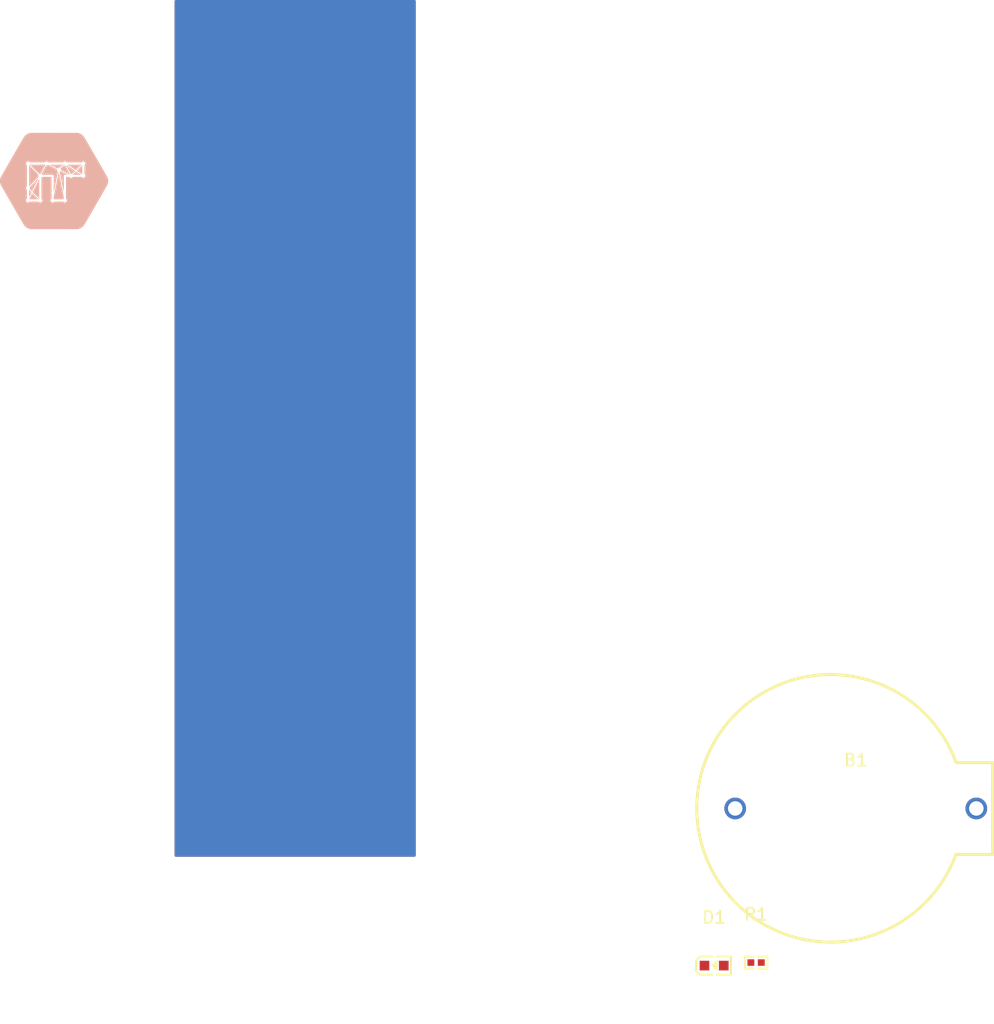
<source format=kicad_pcb>
(kicad_pcb (version 20240108) (generator "pcbnew") (generator_version "8.0")
  (layers (0 "F.Cu" signal) (31 "B.Cu" signal) (34 "B.Paste" user) (35 "F.Paste" user) (36 "B.SilkS" user "B.Silkscreen") (37 "F.SilkS" user "F.Silkscreen") (38 "B.Mask" user) (39 "F.Mask" user) (44 "Edge.Cuts" user))
  (net 0 "")
  (net 1 "B1-1-R1-2")
  (net 2 "D1-1-R1-1")
  (net 3 "B1-2-D1-2")
  (net 4 "GND")
  (footprint "logos:faebryk_logo" (layer "B.Cu") (at 10 20 270)
    (property "Reference" "G***" (hide yes))
    (property "Value" "LOGO" (hide yes))
    (fp_poly (pts (xy -1.121428 -1.462679) (xy -0.886487 -1.815188) (xy -1.356395 -2.285096) (xy -1.356382 -1.697633) (xy -1.35637 -1.11017)) (fill solid) (layer "B.SilkS"))
    (fp_poly (pts (xy 1.472993 1.226803) (xy 0.652261 1.227287) (xy -0.16847 1.227771) (xy 0.377986 1.501563) (xy 0.924441 1.775355)) (fill solid) (layer "B.SilkS"))
    (fp_poly (pts (xy 1.520736 2.008089) (xy 1.516224 1.287167) (xy 1.254833 1.548666) (xy 0.993442 1.810166) (xy 1.235346 1.930871) (xy 1.477249 2.051576)) (fill solid) (layer "B.SilkS"))
    (fp_poly (pts (xy 1.036875 2.064368) (xy 1.334795 2.063905) (xy 1.140408 1.965477) (xy 1.087217 1.938612) (xy 1.039226 1.914504) (xy 0.998552 1.894206) (xy 0.967309 1.878769) (xy 0.947613 1.869245) (xy 0.941559 1.866586) (xy 0.934273 1.872234) (xy 0.916986 1.888149) (xy 0.891831 1.912294) (xy 0.860939 1.942632) (xy 0.838027 1.965477) (xy 0.738955 2.06483)) (fill solid) (layer "B.SilkS"))
    (fp_poly (pts (xy -1.201449 0.051837) (xy -1.047441 -0.254863) (xy -1.070994 -0.281725) (xy -1.095951 -0.319565) (xy -1.107686 -0.362439) (xy -1.106473 -0.4127) (xy -1.093153 -0.47085) (xy -1.09368 -0.479029) (xy -1.100135 -0.491259) (xy -1.113792 -0.509029) (xy -1.135923 -0.533832) (xy -1.1678 -0.567156) (xy -1.210697 -0.610492) (xy -1.222158 -0.621936) (xy -1.356395 -0.755743) (xy -1.355926 -0.198602) (xy -1.355457 0.358538)) (fill solid) (layer "B.SilkS"))
    (fp_poly (pts (xy -0.967318 1.628502) (xy -0.886578 1.547722) (xy -0.817374 1.47822) (xy -0.758919 1.41916) (xy -0.710424 1.36971) (xy -0.671103 1.329036) (xy -0.640166 1.296303) (xy -0.616827 1.270678) (xy -0.600298 1.251327) (xy -0.58979 1.237415) (xy -0.584517 1.22811) (xy -0.583689 1.222578) (xy -0.583718 1.222483) (xy -0.587329 1.204864) (xy -0.59112 1.176748) (xy -0.593696 1.150709) (xy -0.598199 1.096213) (xy -1.317517 0.737709) (xy -1.336956 0.75638) (xy -1.356395 0.77505) (xy -1.356395 2.017241)) (fill solid) (layer "B.SilkS"))
    (fp_poly (pts (xy -0.77616 -0.46817) (xy -0.751652 -0.47194) (xy -0.712455 -0.478725) (xy -0.65969 -0.488309) (xy -0.594479 -0.50048) (xy -0.517943 -0.515022) (xy -0.431205 -0.531721) (xy -0.335385 -0.550363) (xy -0.231605 -0.570733) (xy -0.120987 -0.592618) (xy -0.004652 -0.615803) (xy 0.090714 -0.634929) (xy 0.963299 -0.810407) (xy 0.248866 -0.811258) (xy -0.465568 -0.812108) (xy -0.489808 -0.832935) (xy -0.514048 -0.853761) (xy -0.518368 -1.001681) (xy -0.522688 -1.1496) (xy -0.677619 -0.83927) (xy -0.832551 -0.528939) (xy -0.810197 -0.502374) (xy -0.795213 -0.483489) (xy -0.785832 -0.469667) (xy -0.784857 -0.467629)) (fill solid) (layer "B.SilkS"))
    (fp_poly (pts (xy 0.05612 1.675754) (xy -0.024869 1.594808) (xy -0.094577 1.525411) (xy -0.153826 1.466784) (xy -0.203441 1.418149) (xy -0.244246 1.378726) (xy -0.277065 1.347735) (xy -0.302723 1.324398) (xy -0.322044 1.307935) (xy -0.335851 1.297567) (xy -0.344969 1.292515) (xy -0.349898 1.291885) (xy -0.400099 1.304548) (xy -0.440951 1.308374) (xy -0.477939 1.303384) (xy -0.509728 1.292525) (xy -0.517341 1.295998) (xy -0.534165 1.309251) (xy -0.560564 1.332628) (xy -0.596897 1.366475) (xy -0.643528 1.411136) (xy -0.700817 1.466958) (xy -0.769126 1.534284) (xy -0.848817 1.613461) (xy -0.911427 1.675981) (xy -1.300167 2.06483) (xy 0.44486 2.06483)) (fill solid) (layer "B.SilkS"))
    (fp_poly (pts (xy -0.518368 -1.889985) (xy -0.518421 -1.9646) (xy -0.518572 -2.033519) (xy -0.51881 -2.094899) (xy -0.519123 -2.146894) (xy -0.519499 -2.18766) (xy -0.519926 -2.21535) (xy -0.520392 -2.228121) (xy -0.520528 -2.228772) (xy -0.525676 -2.22182) (xy -0.539108 -2.202314) (xy -0.559571 -2.17211) (xy -0.585815 -2.133065) (xy -0.616588 -2.087033) (xy -0.650637 -2.035871) (xy -0.652279 -2.033398) (xy -0.686584 -1.981511) (xy -0.717651 -1.934092) (xy -0.744214 -1.893109) (xy -0.765004 -1.860534) (xy -0.778752 -1.838336) (xy -0.784193 -1.828485) (xy -0.78421 -1.828418) (xy -0.779034 -1.819708) (xy -0.763237 -1.800807) (xy -0.738553 -1.773607) (xy -0.706718 -1.739996) (xy -0.669464 -1.701866) (xy -0.652458 -1.684798) (xy -0.518368 -1.550991)) (fill solid) (layer "B.SilkS"))
    (fp_poly (pts (xy 0.777165 1.922292) (xy 0.808579 1.890487) (xy 0.834704 1.863101) (xy 0.853501 1.842348) (xy 0.862934 1.830437) (xy 0.86356 1.82853) (xy 0.85537 1.824155) (xy 0.832957 1.812697) (xy 0.79756 1.794778) (xy 0.75042 1.771022) (xy 0.692779 1.742051) (xy 0.625877 1.708489) (xy 0.550955 1.67096) (xy 0.469253 1.630085) (xy 0.382014 1.586489) (xy 0.31102 1.551045) (xy -0.237586 1.277265) (xy 0.129591 1.645204) (xy 0.21386 1.729427) (xy 0.286591 1.801632) (xy 0.348232 1.862248) (xy 0.399233 1.911701) (xy 0.440043 1.95042) (xy 0.47111 1.978833) (xy 0.492883 1.997366) (xy 0.505811 2.006448) (xy 0.509727 2.007467) (xy 0.563351 1.992036) (xy 0.616642 1.991745) (xy 0.644522 1.998268) (xy 0.686836 2.012349)) (fill solid) (layer "B.SilkS"))
    (fp_poly (pts (xy -1.309684 -1.014561) (xy -1.28729 -1.025288) (xy -1.25254 -1.042236) (xy -1.206979 -1.064641) (xy -1.152154 -1.091743) (xy -1.08961 -1.122779) (xy -1.020892 -1.156988) (xy -0.954688 -1.190036) (xy -0.596123 -1.369256) (xy -0.596123 -1.414255) (xy -0.59414 -1.445121) (xy -0.589109 -1.472331) (xy -0.585866 -1.481766) (xy -0.582944 -1.489728) (xy -0.58287 -1.497811) (xy -0.58706 -1.507818) (xy -0.596932 -1.521553) (xy -0.613901 -1.540817) (xy -0.639385 -1.567415) (xy -0.6748 -1.60315) (xy -0.704658 -1.632971) (xy -0.833708 -1.761663) (xy -1.075613 -1.398296) (xy -1.132378 -1.312942) (xy -1.180173 -1.240846) (xy -1.219671 -1.180931) (xy -1.251547 -1.132119) (xy -1.276477 -1.093334) (xy -1.295133 -1.063497) (xy -1.308192 -1.04153) (xy -1.316327 -1.026357) (xy -1.320213 -1.0169) (xy -1.320525 -1.01208) (xy -1.318178 -1.010816)) (fill solid) (layer "B.SilkS"))
    (fp_poly (pts (xy -1.005633 -0.549523) (xy -0.978619 -0.557023) (xy -0.945869 -0.561233) (xy -0.935451 -0.561564) (xy -0.894087 -0.561564) (xy -0.715337 -0.919188) (xy -0.673449 -1.003098) (xy -0.638754 -1.07293) (xy -0.610654 -1.130033) (xy -0.588554 -1.175753) (xy -0.571857 -1.211438) (xy -0.559966 -1.238434) (xy -0.552285 -1.258088) (xy -0.548217 -1.271748) (xy -0.547167 -1.28076) (xy -0.548538 -1.286472) (xy -0.551236 -1.289806) (xy -0.555779 -1.292308) (xy -0.562804 -1.292761) (xy -0.573654 -1.290568) (xy -0.589672 -1.285129) (xy -0.6122 -1.275845) (xy -0.64258 -1.262118) (xy -0.682156 -1.243347) (xy -0.73227 -1.218935) (xy -0.794264 -1.188283) (xy -0.869481 -1.150791) (xy -0.924182 -1.12343) (xy -1.282479 -0.944059) (xy -1.279979 -0.909433) (xy -1.281898 -0.877605) (xy -1.289889 -0.845328) (xy -1.291315 -0.841693) (xy -1.305151 -0.808579) (xy -1.169801 -0.67303) (xy -1.034451 -0.537482)) (fill solid) (layer "B.SilkS"))
    (fp_poly (pts (xy -0.840056 -1.890313) (xy -0.825845 -1.909869) (xy -0.804548 -1.9403) (xy -0.777386 -1.979836) (xy -0.745581 -2.02671) (xy -0.710355 -2.079151) (xy -0.697942 -2.097746) (xy -0.656617 -2.159986) (xy -0.62417 -2.209524) (xy -0.599704 -2.247911) (xy -0.582328 -2.276694) (xy -0.571145 -2.297423) (xy -0.565261 -2.311646) (xy -0.563783 -2.320914) (xy -0.565753 -2.326691) (xy -0.569549 -2.330265) (xy -0.576258 -2.333208) (xy -0.587441 -2.33558) (xy -0.604655 -2.337442) (xy -0.62946 -2.338855) (xy -0.663414 -2.339879) (xy -0.708076 -2.340574) (xy -0.765006 -2.341001) (xy -0.835761 -2.341219) (xy -0.9219 -2.34129) (xy -0.942592 -2.341292) (xy -1.308756 -2.341292) (xy -1.079932 -2.112346) (xy -1.02823 -2.060749) (xy -0.980343 -2.013215) (xy -0.937644 -1.971088) (xy -0.901504 -1.935707) (xy -0.873294 -1.908416) (xy -0.854384 -1.890555) (xy -0.846146 -1.883466) (xy -0.845958 -1.883401)) (fill solid) (layer "B.SilkS"))
    (fp_poly (pts (xy -0.543789 1.010463) (xy -0.518368 0.992361) (xy -0.518176 0.537218) (xy -0.518143 0.434488) (xy -0.518049 0.347631) (xy -0.517755 0.275242) (xy -0.517125 0.215914) (xy -0.516021 0.168242) (xy -0.514307 0.13082) (xy -0.511846 0.102244) (xy -0.508499 0.081106) (xy -0.504131 0.066001) (xy -0.498605 0.055524) (xy -0.491782 0.048269) (xy -0.483527 0.04283) (xy -0.473701 0.037802) (xy -0.469259 0.035569) (xy -0.4593 0.033626) (xy -0.437093 0.031903) (xy -0.402079 0.030392) (xy -0.353698 0.029085) (xy -0.291392 0.027973) (xy -0.2146 0.02705) (xy -0.122764 0.026305) (xy -0.015325 0.025732) (xy 0.108277 0.025322) (xy 0.247816 0.025068) (xy 0.94602 0.024217) (xy 0.095034 -0.147299) (xy -0.023813 -0.171228) (xy -0.138016 -0.194174) (xy -0.24642 -0.215907) (xy -0.347867 -0.236198) (xy -0.4412 -0.254816) (xy -0.525263 -0.271533) (xy -0.598898 -0.286117) (xy -0.660948 -0.29834) (xy -0.710257 -0.307971) (xy -0.745667 -0.314781) (xy -0.766021 -0.31854) (xy -0.770583 -0.319237) (xy -0.784799 -0.312691) (xy -0.799014 -0.296284) (xy -0.799482 -0.295506) (xy -0.830079 -0.260146) (xy -0.872751 -0.237035) (xy -0.927261 -0.226299) (xy -0.9303 -0.226089) (xy -0.985966 -0.222544) (xy -1.342338 0.490446) (xy -1.319355 0.517759) (xy -1.296683 0.555109) (xy -1.282751 0.599373) (xy -1.280131 0.642228) (xy -1.280328 0.64405) (xy -1.283535 0.671527) (xy -0.569211 1.028565)) (fill solid) (layer "B.SilkS"))
    (fp_poly (pts (xy 1.441947 0.024713) (xy 1.455559 0.022137) (xy 1.466228 0.018255) (xy 1.474827 0.013198) (xy 1.482233 0.007095) (xy 1.489319 0.000076) (xy 1.492466 -0.00317) (xy 1.520544 -0.032075) (xy 1.520544 -0.749904) (xy 1.489442 -0.781006) (xy 1.472905 -0.79675) (xy 1.458852 -0.805955) (xy 1.441908 -0.810295) (xy 1.416698 -0.811442) (xy 1.392248 -0.811254) (xy 1.377144 -0.810206) (xy 1.353638 -0.807261) (xy 1.321041 -0.80229) (xy 1.278661 -0.795159) (xy 1.225808 -0.785737) (xy 1.161792 -0.773894) (xy 1.085924 -0.759498) (xy 0.997512 -0.742417) (xy 0.895866 -0.72252) (xy 0.780297 -0.699675) (xy 0.650113 -0.673751) (xy 0.504625 -0.644617) (xy 0.343143 -0.612141) (xy 0.285102 -0.600442) (xy 0.153903 -0.573968) (xy 0.027554 -0.548446) (xy -0.092928 -0.524081) (xy -0.206527 -0.501082) (xy -0.312226 -0.479655) (xy -0.409007 -0.460006) (xy -0.495854 -0.442343) (xy -0.571749 -0.426872) (xy -0.635676 -0.4138) (xy -0.686618 -0.403334) (xy -0.723557 -0.39568) (xy -0.745477 -0.391046) (xy -0.751531 -0.38963) (xy -0.742663 -0.387859) (xy -0.717884 -0.382906) (xy -0.678223 -0.374976) (xy -0.624713 -0.364275) (xy -0.558384 -0.35101) (xy -0.480269 -0.335386) (xy -0.391397 -0.317611) (xy -0.2928 -0.29789) (xy -0.18551 -0.27643) (xy -0.070557 -0.253436) (xy 0.051027 -0.229116) (xy 0.17821 -0.203674) (xy 0.289421 -0.181428) (xy 0.452203 -0.148868) (xy 0.598915 -0.119558) (xy 0.730432 -0.093368) (xy 0.847629 -0.070169) (xy 0.951381 -0.049831) (xy 1.042563 -0.032225) (xy 1.122051 -0.01722) (xy 1.190718 -0.004687) (xy 1.249441 0.005503) (xy 1.299095 0.01348) (xy 1.340554 0.019374) (xy 1.374694 0.023315) (xy 1.402389 0.025432) (xy 1.424515 0.025855)) (fill solid) (layer "B.SilkS"))
    (fp_poly (pts (xy 0.047517 4.481264) (xy 0.130799 4.47499) (xy 0.202385 4.463071) (xy 0.267274 4.444319) (xy 0.330461 4.417545) (xy 0.344031 4.410767) (xy 0.356953 4.403667) (xy 0.384126 4.388328) (xy 0.42484 4.365158) (xy 0.478386 4.334564) (xy 0.544056 4.296954) (xy 0.62114 4.252737) (xy 0.70893 4.202319) (xy 0.806715 4.14611) (xy 0.913788 4.084516) (xy 1.029439 4.017946) (xy 1.152959 3.946808) (xy 1.283639 3.87151) (xy 1.420771 3.792458) (xy 1.563644 3.710063) (xy 1.711551 3.62473) (xy 1.863781 3.536868) (xy 2.019627 3.446886) (xy 2.038911 3.435749) (xy 2.224824 3.328367) (xy 2.396362 3.229254) (xy 2.554126 3.138057) (xy 2.698715 3.05442) (xy 2.830729 2.977991) (xy 2.950767 2.908415) (xy 3.059427 2.845338) (xy 3.157311 2.788407) (xy 3.245017 2.737266) (xy 3.323145 2.691562) (xy 3.392294 2.650942) (xy 3.453064 2.615051) (xy 3.506054 2.583534) (xy 3.551864 2.556039) (xy 3.591092 2.532211) (xy 3.624339 2.511696) (xy 3.652204 2.49414) (xy 3.675287 2.479189) (xy 3.694186 2.466489) (xy 3.709502 2.455686) (xy 3.721834 2.446426) (xy 3.73178 2.438355) (xy 3.739688 2.431354) (xy 3.818597 2.346703) (xy 3.88562 2.250476) (xy 3.939525 2.1447) (xy 3.975786 2.043075) (xy 3.995748 1.974116) (xy 3.995748 -0) (xy 3.995743 -0.218324) (xy 3.995723 -0.420047) (xy 3.995685 -0.605846) (xy 3.995623 -0.7764) (xy 3.995532 -0.932385) (xy 3.995407 -1.07448) (xy 3.995242 -1.203362) (xy 3.995033 -1.319709) (xy 3.994774 -1.424198) (xy 3.994461 -1.517508) (xy 3.994088 -1.600315) (xy 3.99365 -1.673298) (xy 3.993142 -1.737134) (xy 3.992559 -1.792501) (xy 3.991897 -1.840076) (xy 3.991149 -1.880538) (xy 3.990311 -1.914563) (xy 3.989377 -1.94283) (xy 3.988344 -1.966016) (xy 3.987204 -1.9848) (xy 3.985954 -1.999857) (xy 3.984589 -2.011867) (xy 3.983102 -2.021507) (xy 3.98149 -2.029455) (xy 3.980467 -2.033665) (xy 3.950775 -2.12441) (xy 3.9094 -2.214252) (xy 3.85858 -2.299727) (xy 3.800552 -2.377374) (xy 3.737553 -2.443731) (xy 3.690429 -2.482532) (xy 3.676798 -2.491309) (xy 3.649144 -2.508106) (xy 3.608294 -2.532446) (xy 3.555077 -2.563852) (xy 3.49032 -2.601846) (xy 3.414853 -2.645954) (xy 3.329502 -2.695697) (xy 3.235097 -2.750599) (xy 3.132466 -2.810183) (xy 3.022436 -2.873973) (xy 2.905836 -2.941491) (xy 2.783495 -3.012261) (xy 2.656239 -3.085807) (xy 2.524899 -3.161651) (xy 2.390301 -3.239317) (xy 2.253273 -3.318328) (xy 2.114645 -3.398208) (xy 1.975245 -3.478479) (xy 1.835899 -3.558664) (xy 1.697438 -3.638288) (xy 1.560688 -3.716873) (xy 1.426478 -3.793943) (xy 1.295637 -3.86902) (xy 1.168992 -3.941629) (xy 1.047372 -4.011292) (xy 0.931605 -4.077533) (xy 0.822518 -4.139874) (xy 0.720941 -4.19784) (xy 0.627702 -4.250953) (xy 0.543628 -4.298737) (xy 0.469548 -4.340714) (xy 0.406289 -4.376409) (xy 0.354681 -4.405344) (xy 0.315552 -4.427043) (xy 0.289729 -4.441029) (xy 0.2781 -4.446804) (xy 0.194497 -4.470631) (xy 0.101564 -4.485625) (xy 0.00508 -4.491335) (xy -0.089174 -4.487311) (xy -0.143984 -4.479724) (xy -0.185983 -4.470771) (xy -0.231267 -4.459102) (xy -0.262009 -4.449817) (xy -0.279699 -4.44203) (xy -0.311756 -4.425742) (xy -0.357667 -4.401238) (xy -0.416922 -4.368804) (xy -0.48901 -4.328727) (xy -0.57342 -4.281292) (xy -0.669641 -4.226785) (xy -0.777161 -4.165494) (xy -0.89547 -4.097704) (xy -1.024056 -4.0237) (xy -1.055406 -4.005615) (xy -1.290817 -3.869749) (xy -1.511736 -3.742252) (xy -1.718633 -3.622849) (xy -1.911978 -3.511263) (xy -2.092239 -3.407219) (xy -2.259887 -3.310442) (xy -2.415391 -3.220656) (xy -2.55922 -3.137586) (xy -2.691845 -3.060956) (xy -2.813734 -2.99049) (xy -2.925358 -2.925914) (xy -3.027185 -2.866952) (xy -3.119686 -2.813328) (xy -3.203329 -2.764767) (xy -3.278585 -2.720993) (xy -3.345923 -2.68173) (xy -3.405813 -2.646704) (xy -3.458723 -2.615639) (xy -3.505124 -2.588259) (xy -3.545485 -2.564288) (xy -3.580276 -2.543452) (xy -3.609967 -2.525475) (xy -3.635026 -2.510081) (xy -3.655923 -2.496995) (xy -3.673128 -2.485941) (xy -3.687111 -2.476644) (xy -3.698341 -2.468828) (xy -3.707287 -2.462218) (xy -3.714419 -2.456539) (xy -3.720207 -2.451514) (xy -3.72512 -2.446868) (xy -3.729628 -2.442327) (xy -3.7342 -2.437613) (xy -3.739306 -2.432453) (xy -3.743315 -2.428555) (xy -3.816816 -2.348552) (xy -3.878385 -2.259586) (xy -3.929435 -2.159365) (xy -3.962336 -2.073469) (xy -3.987109 -2.000034) (xy -3.989504 -0.034557) (xy -3.989762 0.18439) (xy -3.989981 0.386734) (xy -3.990157 0.57315) (xy -3.990285 0.744313) (xy -3.990363 0.900898) (xy -3.990386 1.043581) (xy -3.99035 1.173037) (xy -3.990252 1.289941) (xy -3.990087 1.394968) (xy -3.989852 1.488795) (xy -3.989544 1.572096) (xy -3.989158 1.645546) (xy -3.98869 1.709821) (xy -3.988138 1.765596) (xy -3.987496 1.813547) (xy -3.986761 1.854348) (xy -3.98593 1.888675) (xy -3.984998 1.917204) (xy -3.983962 1.940609) (xy -3.982817 1.959567) (xy -3.981561 1.974751) (xy -3.980189 1.986838) (xy -3.978697 1.996503) (xy -3.978028 2.000035) (xy -3.953936 2.088094) (xy -3.921927 2.166799) (xy -1.621869 2.166799) (xy -1.619865 2.13473) (xy -1.608732 2.098422) (xy -1.590638 2.063136) (xy -1.56921 2.035249) (xy -1.557788 2.025677) (xy -1.537824 2.012595) (xy -1.537824 0.780784) (xy -1.564513 0.755409) (xy -1.596542 0.717314) (xy -1.613796 0.675834) (xy -1.618659 0.630681) (xy -1.613221 0.584641) (xy -1.597764 0.542282) (xy -1.574546 0.508729) (xy -1.559311 0.495902) (xy -1.537824 0.481823) (xy -1.537824 -0.752748) (xy -1.564052 -0.774818) (xy -1.597002 -0.812979) (xy -1.615947 -0.858066) (xy -1.620793 -0.90675) (xy -1.611446 -0.955705) (xy -1.587809 -1.001603) (xy -1.571111 -1.021833) (xy -1.537824 -1.056826) (xy -1.537824 -2.278003) (xy -1.571346 -2.313243) (xy -1.602534 -2.357233) (xy -1.61839 -2.405211) (xy -1.619416 -2.454239) (xy -1.60611 -2.501381) (xy -1.578974 -2.543701) (xy -1.538507 -2.578262) (xy -1.524864 -2.586144) (xy -1.49389 -2.59589) (xy -1.45433 -2.59965) (xy -1.413858 -2.597294) (xy -1.380143 -2.588694) (xy -1.379876 -2.588581) (xy -1.355429 -2.574156) (xy -1.330757 -2.553822) (xy -1.3267 -2.549703) (xy -1.301326 -2.522721) (xy -0.577011 -2.522721) (xy -0.559832 -2.54456) (xy -0.527967 -2.572326) (xy -0.485738 -2.591364) (xy -0.43836 -2.600419) (xy -0.391047 -2.598237) (xy -0.36558 -2.591287) (xy -0.327259 -2.568344) (xy -0.294826 -2.53304) (xy -0.271406 -2.490071) (xy -0.260123 -2.444131) (xy -0.259564 -2.432006) (xy -0.26663 -2.388216) (xy -0.285468 -2.344506) (xy -0.312534 -2.308955) (xy -0.314201 -2.307388) (xy -0.336939 -2.286443) (xy -0.336939 -1.558114) (xy -0.314201 -1.537169) (xy -0.286782 -1.502305) (xy -0.267397 -1.458835) (xy -0.259587 -1.414838) (xy -0.259564 -1.412551) (xy -0.26663 -1.36876) (xy -0.285468 -1.32505) (xy -0.312534 -1.289499) (xy -0.314201 -1.287932) (xy -0.322734 -1.279646) (xy -0.328811 -1.2711) (xy -0.332847 -1.2594) (xy -0.335261 -1.241655) (xy -0.33647 -1.214972) (xy -0.33689 -1.176458) (xy -0.336939 -1.130262) (xy -0.336939 -0.993537) (xy 1.46672 -0.993537) (xy 1.480225 -1.014148) (xy 1.506358 -1.039855) (xy 1.544163 -1.058731) (xy 1.588756 -1.068891) (xy 1.623891 -1.069643) (xy 1.677867 -1.058241) (xy 1.721561 -1.033355) (xy 1.753733 -0.996224) (xy 1.773144 -0.948089) (xy 1.778078 -0.915455) (xy 1.775736 -0.868976) (xy 1.763255 -0.825601) (xy 1.742522 -0.790217) (xy 1.722583 -0.771789) (xy 1.701972 -0.758284) (xy 1.701972 -0.029151) (xy 1.728955 -0.003776) (xy 1.749551 0.019679) (xy 1.765778 0.045012) (xy 1.767832 0.0494) (xy 1.778404 0.092918) (xy 1.777415 0.141384) (xy 1.765844 0.188604) (xy 1.744669 0.228381) (xy 1.738361 0.236029) (xy 1.702764 0.26349) (xy 1.658719 0.279717) (xy 1.6105 0.284821) (xy 1.562383 0.278917) (xy 1.518644 0.262117) (xy 1.483557 0.234533) (xy 1.47908 0.229187) (xy 1.4619 0.207347) (xy -0.336939 0.207347) (xy -0.336939 0.988396) (xy -0.309326 1.016885) (xy -0.281713 1.045375) (xy 1.465695 1.045375) (xy 1.48664 1.022636) (xy 1.526959 0.990355) (xy 1.572652 0.972657) (xy 1.620609 0.96907) (xy 1.66772 0.979125) (xy 1.710875 1.002351) (xy 1.746965 1.038279) (xy 1.763289 1.064469) (xy 1.776667 1.106844) (xy 1.77808 1.153788) (xy 1.768502 1.200184) (xy 1.748906 1.240912) (xy 1.724656 1.267603) (xy 1.701972 1.285446) (xy 1.701972 2.009982) (xy 1.724412 2.030926) (xy 1.756581 2.072029) (xy 1.775461 2.120796) (xy 1.779538 2.15736) (xy 1.771954 2.210235) (xy 1.751454 2.254961) (xy 1.720638 2.290432) (xy 1.682108 2.315541) (xy 1.638462 2.329181) (xy 1.592302 2.330246) (xy 1.546228 2.31763) (xy 1.502841 2.290226) (xy 1.491644 2.279868) (xy 1.458035 2.246259) (xy 0.745805 2.246259) (xy 0.710217 2.280113) (xy 0.665383 2.312047) (xy 0.616505 2.328) (xy 0.566114 2.327971) (xy 0.516743 2.311958) (xy 0.471261 2.280273) (xy 0.43436 2.246259) (xy -1.302571 2.246259) (xy -1.31665 2.267747) (xy -1.338644 2.289761) (xy -1.371939 2.309779) (xy -1.410605 2.324533) (xy -1.426697 2.328316) (xy -1.472958 2.328824) (xy -1.517314 2.314767) (xy -1.557072 2.28884) (xy -1.589544 2.253739) (xy -1.61204 2.21216) (xy -1.621869 2.166799) (xy -3.921927 2.166799) (xy -3.917819 2.176899) (xy -3.871864 2.262778) (xy -3.818258 2.342058) (xy -3.759187 2.411066) (xy -3.7035 2.461094) (xy -3.691615 2.468825) (xy -3.665458 2.484778) (xy -3.625728 2.508545) (xy -3.573123 2.539721) (xy -3.508341 2.577897) (xy -3.43208 2.622667) (xy -3.345039 2.673623) (xy -3.247915 2.730359) (xy -3.141408 2.792467) (xy -3.026215 2.85954) (xy -2.903034 2.931171) (xy -2.772564 3.006953) (xy -2.635504 3.08648) (xy -2.49255 3.169343) (xy -2.344402 3.255136) (xy -2.191758 3.343451) (xy -2.035316 3.433883) (xy -1.994442 3.457497) (xy -1.792545 3.574082) (xy -1.605179 3.682189) (xy -1.431946 3.782042) (xy -1.272452 3.873867) (xy -1.1263 3.957889) (xy -0.993093 4.034333) (xy -0.872436 4.103424) (xy -0.763932 4.165389) (xy -0.667185 4.220451) (xy -0.581799 4.268837) (xy -0.507378 4.310771) (xy -0.443525 4.346479) (xy -0.389845 4.376185) (xy -0.345942 4.400117) (xy -0.311418 4.418497) (xy -0.285878 4.431553) (xy -0.268926 4.439508) (xy -0.263504 4.441659) (xy -0.195508 4.462276) (xy -0.128329 4.475434) (xy -0.056654 4.481809) (xy 0.024829 4.482078)) (fill solid) (layer "B.SilkS"))
  )
  (footprint "lcsc:LED0603-RD-YELLOW" (layer "F.Cu") (at 64.752146 85.022146)
    (property "Reference" "D1" (at 0 -4 0) (layer "F.SilkS"))
    (property "Value" "LED")
    (fp_line (start -1.49 -0.45) (end -1.19 -0.75) (stroke (width 0.15)) (layer "F.SilkS"))
    (fp_line (start -1.49 -0.35) (end -1.49 -0.45) (stroke (width 0.15)) (layer "F.SilkS"))
    (fp_line (start -1.49 -0.35) (end -1.49 0.35) (stroke (width 0.15)) (layer "F.SilkS"))
    (fp_line (start -1.49 0.35) (end -1.49 0.45) (stroke (width 0.15)) (layer "F.SilkS"))
    (fp_line (start -1.49 0.45) (end -1.19 0.75) (stroke (width 0.15)) (layer "F.SilkS"))
    (fp_line (start -0.14 -0.75) (end -1.19 -0.75) (stroke (width 0.15)) (layer "F.SilkS"))
    (fp_line (start -0.14 0.75) (end -1.19 0.75) (stroke (width 0.15)) (layer "F.SilkS"))
    (fp_line (start 0.21 0.33) (end -0.12 0) (stroke (width 0.15)) (layer "F.SilkS"))
    (fp_line (start 0.22 -0.35) (end 0.22 -0.34) (stroke (width 0.15)) (layer "F.SilkS"))
    (fp_line (start 0.22 -0.35) (end 0.22 0.33) (stroke (width 0.15)) (layer "F.SilkS"))
    (fp_line (start 0.22 -0.34) (end -0.12 0) (stroke (width 0.15)) (layer "F.SilkS"))
    (fp_line (start 0.22 0) (end -0.12 0) (stroke (width 0.15)) (layer "F.SilkS"))
    (fp_line (start 0.22 0.33) (end 0.21 0.33) (stroke (width 0.15)) (layer "F.SilkS"))
    (fp_line (start 0.24 -0.75) (end 1.39 -0.75) (stroke (width 0.15)) (layer "F.SilkS"))
    (fp_line (start 0.24 0.75) (end 1.39 0.75) (stroke (width 0.15)) (layer "F.SilkS"))
    (fp_line (start 1.39 -0.75) (end 1.39 0.73) (stroke (width 0.15)) (layer "F.SilkS"))
    (pad "1" smd rect (at -0.8 0 90) (size 0.8 0.8) (layers "F.Cu" "F.Paste" "F.Mask") (net 2 "D1-1-R1-1"))
    (pad "2" smd rect (at 0.8 0 90) (size 0.8 0.8) (layers "F.Cu" "F.Paste" "F.Mask") (net 3 "B1-2-D1-2"))
  )
  (footprint "lcsc:R0402" (layer "F.Cu") (at 68.232146 84.772146)
    (property "Reference" "R1" (at 0 -4 0) (layer "F.SilkS"))
    (property "Value" "40.2Ω")
    (fp_line (start -0.94 -0.5) (end -0.23 -0.5) (stroke (width 0.15)) (layer "F.SilkS"))
    (fp_line (start -0.94 0.5) (end -0.94 -0.5) (stroke (width 0.15)) (layer "F.SilkS"))
    (fp_line (start -0.23 0.5) (end -0.94 0.5) (stroke (width 0.15)) (layer "F.SilkS"))
    (fp_line (start 0.23 0.5) (end 0.94 0.5) (stroke (width 0.15)) (layer "F.SilkS"))
    (fp_line (start 0.94 -0.5) (end 0.23 -0.5) (stroke (width 0.15)) (layer "F.SilkS"))
    (fp_line (start 0.94 0.5) (end 0.94 -0.5) (stroke (width 0.15)) (layer "F.SilkS"))
    (pad "1" smd rect (at -0.43 0) (size 0.57 0.54) (layers "F.Cu" "F.Paste" "F.Mask") (net 2 "D1-1-R1-1"))
    (pad "2" smd rect (at 0.43 0) (size 0.57 0.54) (layers "F.Cu" "F.Paste" "F.Mask") (net 1 "B1-1-R1-2"))
  )
  (footprint "lcsc:BAT-TH_BS-02-A1AJ010" (layer "F.Cu") (at 76.5 72)
    (property "Reference" "B1" (at 0 -4 0) (layer "F.SilkS"))
    (property "Value" "ButtonCell")
    (fp_line (start 8.32 -3.8) (end 11.36 -3.8) (stroke (width 0.25)) (layer "F.SilkS"))
    (fp_line (start 11.36 -3.8) (end 11.36 3.81) (stroke (width 0.25)) (layer "F.SilkS"))
    (fp_line (start 11.36 3.81) (end 8.31 3.81) (stroke (width 0.25)) (layer "F.SilkS"))
    (fp_arc (start 8.32 3.78) (mid -13.187854 -0.01049) (end 8.320334 -3.799083) (stroke (width 0.25)) (layer "F.SilkS"))
    (pad "1" thru_hole circle (at -10 0) (size 1.8 1.8) (drill 1.199998) (layers "*.Cu" "*.Mask") (net 1 "B1-1-R1-2"))
    (pad "2" thru_hole circle (at 10 0) (size 1.8 1.8) (drill 1.199998) (layers "*.Cu" "*.Mask") (net 3 "B1-2-D1-2"))
  )
  (zone (net 0) (net_name "") (layer "F.Cu") (name "keepout_test") (connect_pads (clearance 0)) (min_thickness 0.25)
    (keepout (tracks not_allowed) (vias not_allowed) (pads not_allowed) (copperpour not_allowed) (footprints not_allowed))
    (fill (thermal_gap 0.5) (thermal_bridge_width 0.5))
    (polygon (pts (xy 23 28) (xy 30 28) (xy 30 35) (xy 23 35)))
  )
  (zone (net 4) (net_name "GND") (layers "F.Cu" "In1.Cu" "In2.Cu" "B.Cu") (name "layer_fill_GND") (connect_pads (clearance 0.2)) (min_thickness 0.2) (fill yes (thermal_gap 0.2) (thermal_bridge_width 0.2) (island_removal_mode 2) (island_area_min 10))
    (polygon (pts (xy 40 5) (xy 20 5) (xy 20 76) (xy 40 76)))
  )
)
</source>
